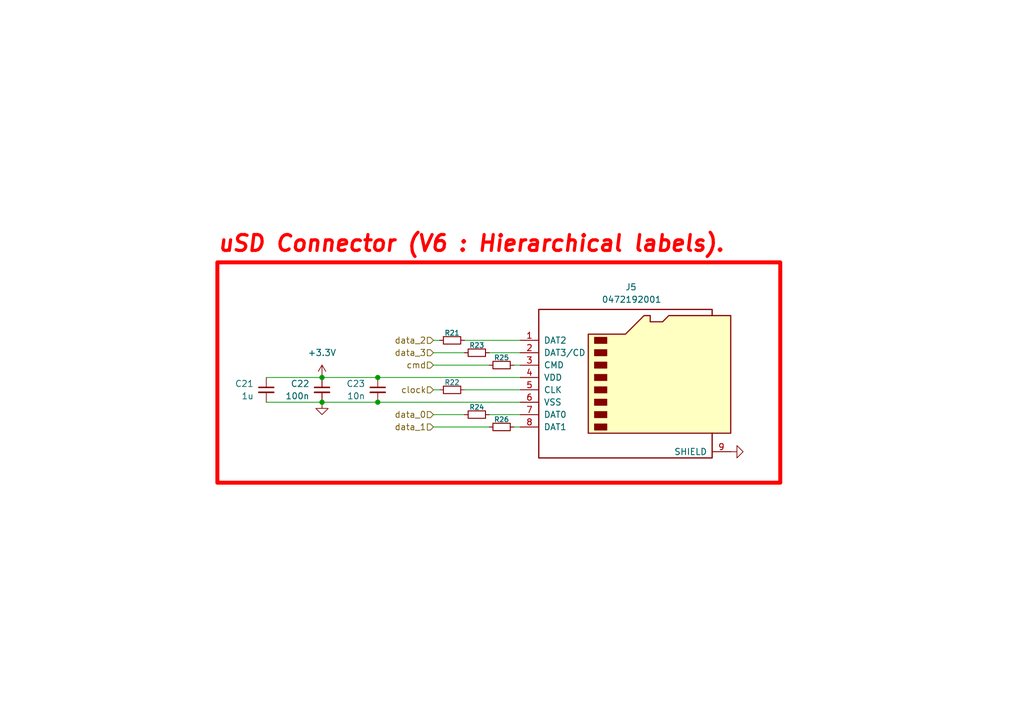
<source format=kicad_sch>
(kicad_sch (version 20250114) (generator "eeschema") (generator_version "9.0")
  (paper "A5")
  (lib_symbols
    (symbol "Connector:Micro_SD_Card" (pin_names (offset 1.016))
      (property "Reference" "J" (at -16.51 15.24 0))
      (property "Value" "Micro_SD_Card" (at 16.51 15.24 0))
      (symbol "Micro_SD_Card_0_1"
        (polyline (pts (xy -8.89 -11.43) (xy -8.89 8.89) (xy -1.27 8.89) (xy 2.54 12.7) (xy 3.81 12.7) (xy 3.81 11.43) (xy 6.35 11.43) (xy 7.62 12.7) (xy 20.32 12.7) (xy 20.32 -11.43) (xy -8.89 -11.43)) (stroke (width 0.254)) (fill (type background)))
        (rectangle (start -7.62 8.255) (end -5.08 6.985) (fill (type outline)))
        (rectangle (start -7.62 5.715) (end -5.08 4.445) (fill (type outline)))
        (rectangle (start -7.62 3.175) (end -5.08 1.905) (fill (type outline)))
        (rectangle (start -7.62 0.635) (end -5.08 -0.635) (fill (type outline)))
        (rectangle (start -7.62 -1.905) (end -5.08 -3.175) (fill (type outline)))
        (rectangle (start -7.62 -4.445) (end -5.08 -5.715) (fill (type outline)))
        (rectangle (start -7.62 -6.985) (end -5.08 -8.255) (fill (type outline)))
        (rectangle (start -7.62 -9.525) (end -5.08 -10.795) (fill (type outline)))
        (polyline (pts (xy 16.51 12.7) (xy 16.51 13.97) (xy -19.05 13.97) (xy -19.05 -16.51) (xy 16.51 -16.51) (xy 16.51 -11.43)) (stroke (width 0.254)))
      )
      (symbol "Micro_SD_Card_1_1"
        (pin bidirectional line (at -22.86 7.62 0) (length 3.81) (name "DAT2") (number "1"))
        (pin bidirectional line (at -22.86 5.08 0) (length 3.81) (name "DAT3/CD") (number "2"))
        (pin input line (at -22.86 2.54 0) (length 3.81) (name "CMD") (number "3"))
        (pin power_in line (at -22.86 0 0) (length 3.81) (name "VDD") (number "4"))
        (pin input line (at -22.86 -2.54 0) (length 3.81) (name "CLK") (number "5"))
        (pin power_in line (at -22.86 -5.08 0) (length 3.81) (name "VSS") (number "6"))
        (pin bidirectional line (at -22.86 -7.62 0) (length 3.81) (name "DAT0") (number "7"))
        (pin bidirectional line (at -22.86 -10.16 0) (length 3.81) (name "DAT1") (number "8"))
        (pin passive line (at 20.32 -15.24 180) (length 3.81) (name "SHIELD") (number "9"))
      )
    )
    (symbol "Device:C_Small" (pin_numbers (hide yes)) (pin_names (offset 0.254) (hide yes))
      (property "Reference" "C" (at 0.254 1.778 0))
      (property "Value" "C_Small" (at 0.254 -2.032 0))
      (symbol "C_Small_0_1"
        (polyline (pts (xy -1.524 0.508) (xy 1.524 0.508)) (stroke (width 0.3048)))
        (polyline (pts (xy -1.524 -0.508) (xy 1.524 -0.508)) (stroke (width 0.3302)))
      )
      (symbol "C_Small_1_1"
        (pin passive line (at 0 2.54 270) (length 2.032) (name "~") (number "1"))
        (pin passive line (at 0 -2.54 90) (length 2.032) (name "~") (number "2"))
      )
    )
    (symbol "Device:R_Small" (pin_numbers (hide yes)) (pin_names (offset 0.254) (hide yes))
      (property "Reference" "R" (at 0 0 90))
      (property "Value" "R_Small" (at 1.778 0 90))
      (symbol "R_Small_0_1"
        (rectangle (start -0.762 1.778) (end 0.762 -1.778) (stroke (width 0.2032)))
      )
      (symbol "R_Small_1_1"
        (pin passive line (at 0 2.54 270) (length 0.762) (name "~") (number "1"))
        (pin passive line (at 0 -2.54 90) (length 0.762) (name "~") (number "2"))
      )
    )
    (symbol "power:+3.3V" (power) (pin_numbers (hide yes)) (pin_names (offset 0) (hide yes))
      (property "Value" "+3.3V" (at 0 3.556 0))
      (symbol "+3.3V_0_1"
        (polyline (pts (xy -0.762 1.27) (xy 0 2.54)))
        (polyline (pts (xy 0 2.54) (xy 0.762 1.27)))
        (polyline (pts (xy 0 0) (xy 0 2.54)))
      )
      (symbol "+3.3V_1_1"
        (pin power_in line (at 0 0 90) (length 0) (name "~") (number "1"))
      )
    )
    (symbol "power:GND" (power) (pin_numbers (hide yes)) (pin_names (offset 0) (hide yes))
      (property "Value" "GND" (at 0 -3.81 0))
      (symbol "GND_0_1"
        (polyline (pts (xy 0 0) (xy 0 -1.27) (xy 1.27 -1.27) (xy 0 -2.54) (xy -1.27 -1.27) (xy 0 -1.27)))
      )
      (symbol "GND_1_1"
        (pin power_in line (at 0 0 270) (length 0) (name "~") (number "1"))
      )
    )
  )
  (rectangle (start 44.577 53.848) (end 160.02 99.06) (stroke (width 0.8128) (color 255 0 0 1)))
  (text "uSD Connector (V6 : Hierarchical labels)." (at 44.45 52.07 0) (effects (font (size 3.2512 3.2512) (thickness 0.6502) (bold yes) (italic yes)) (justify left bottom)))
  (junction (at 66.04 77.47))
  (junction (at 66.04 82.55))
  (junction (at 77.47 82.55))
  (junction (at 77.47 77.47))
  (wire (pts (xy 88.9 85.09) (xy 95.25 85.09)))
  (wire (pts (xy 88.9 72.39) (xy 95.25 72.39)))
  (wire (pts (xy 66.04 82.55) (xy 54.61 82.55)))
  (wire (pts (xy 77.47 77.47) (xy 106.68 77.47)))
  (wire (pts (xy 100.33 72.39) (xy 106.68 72.39)))
  (wire (pts (xy 88.9 74.93) (xy 100.33 74.93)))
  (wire (pts (xy 105.41 74.93) (xy 106.68 74.93)))
  (wire (pts (xy 66.04 77.47) (xy 77.47 77.47)))
  (wire (pts (xy 66.04 82.55) (xy 77.47 82.55)))
  (wire (pts (xy 95.25 80.01) (xy 106.68 80.01)))
  (wire (pts (xy 105.41 87.63) (xy 106.68 87.63)))
  (wire (pts (xy 90.17 69.85) (xy 88.9 69.85)))
  (wire (pts (xy 88.9 80.01) (xy 90.17 80.01)))
  (wire (pts (xy 100.33 85.09) (xy 106.68 85.09)))
  (wire (pts (xy 77.47 82.55) (xy 106.68 82.55)))
  (wire (pts (xy 54.61 77.47) (xy 66.04 77.47)))
  (wire (pts (xy 95.25 69.85) (xy 106.68 69.85)))
  (wire (pts (xy 88.9 87.63) (xy 100.33 87.63)))
  (hierarchical_label "data_2" (shape input) (at 88.9 69.85 180))
  (hierarchical_label "clock" (shape input) (at 88.9 80.01 180))
  (hierarchical_label "data_1" (shape input) (at 88.9 87.63 180))
  (hierarchical_label "cmd" (shape input) (at 88.9 74.93 180))
  (hierarchical_label "data_0" (shape input) (at 88.9 85.09 180))
  (hierarchical_label "data_3" (shape input) (at 88.9 72.39 180))
  (symbol (lib_id "Device:R_Small") (at 92.71 69.85 90) (unit 1)
    (property "Reference" "R21" (at 92.71 68.326 90) (effects (font (size 1.016 1.016))))
    (property "Value" "R_Small" (effects (hide yes)))
    (property "Footprint" "Resistor_SMD:R_1206_3216Metric_Pad1.30x1.75mm_HandSolder" (effects (hide yes)))
    (property "Description" "Resistor, small symbol" (effects (hide yes)))
  )
  (symbol (lib_id "Device:R_Small") (at 92.71 80.01 90) (unit 1)
    (property "Reference" "R22" (at 92.71 78.486 90) (effects (font (size 1.016 1.016))))
    (property "Value" "R_Small" (effects (hide yes)))
    (property "Footprint" "Resistor_SMD:R_1206_3216Metric_Pad1.30x1.75mm_HandSolder" (effects (hide yes)))
    (property "Description" "Resistor, small symbol" (effects (hide yes)))
  )
  (symbol (lib_id "Device:R_Small") (at 97.79 72.39 90) (unit 1)
    (property "Reference" "R23" (at 97.79 70.866 90) (effects (font (size 1.016 1.016))))
    (property "Value" "R_Small" (effects (hide yes)))
    (property "Footprint" "Resistor_SMD:R_1206_3216Metric_Pad1.30x1.75mm_HandSolder" (effects (hide yes)))
    (property "Description" "Resistor, small symbol" (effects (hide yes)))
  )
  (symbol (lib_id "Device:R_Small") (at 97.79 85.09 90) (unit 1)
    (property "Reference" "R24" (at 97.79 83.566 90) (effects (font (size 1.016 1.016))))
    (property "Value" "R_Small" (effects (hide yes)))
    (property "Footprint" "Resistor_SMD:R_1206_3216Metric_Pad1.30x1.75mm_HandSolder" (effects (hide yes)))
    (property "Description" "Resistor, small symbol" (effects (hide yes)))
  )
  (symbol (lib_id "Device:R_Small") (at 102.87 74.93 90) (unit 1)
    (property "Reference" "R25" (at 102.87 73.406 90) (effects (font (size 1.016 1.016))))
    (property "Value" "R_Small" (effects (hide yes)))
    (property "Footprint" "Resistor_SMD:R_1206_3216Metric_Pad1.30x1.75mm_HandSolder" (effects (hide yes)))
    (property "Description" "Resistor, small symbol" (effects (hide yes)))
  )
  (symbol (lib_id "Device:C_Small") (at 54.61 80.01 0) (mirror y) (unit 1)
    (property "Reference" "C21" (at 52.07 78.7462 0) (effects (justify left)))
    (property "Value" "1u" (at 52.07 81.2862 0) (effects (justify left)))
    (property "Footprint" "Capacitor_SMD:C_1206_3216Metric_Pad1.33x1.80mm_HandSolder" (effects (hide yes)))
    (property "Description" "Unpolarized capacitor, small symbol" (effects (hide yes)))
  )
  (symbol (lib_id "Device:C_Small") (at 66.04 80.01 0) (mirror y) (unit 1)
    (property "Reference" "C22" (at 63.5 78.7462 0) (effects (justify left)))
    (property "Value" "100n" (at 63.5 81.2862 0) (effects (justify left)))
    (property "Footprint" "Capacitor_SMD:C_1206_3216Metric_Pad1.33x1.80mm_HandSolder" (effects (hide yes)))
    (property "Description" "Unpolarized capacitor, small symbol" (effects (hide yes)))
  )
  (symbol (lib_id "Connector:Micro_SD_Card") (at 129.54 77.47 0) (unit 1)
    (property "Reference" "J5" (at 129.413 58.928 0))
    (property "Value" "0472192001" (at 129.54 61.468 0))
    (property "Footprint" "pcb:microSD_HC_Molex_47219-2001" (effects (hide yes)))
    (property "Datasheet" "https://www.we-online.com/components/products/datasheet/693072010801.pdf" (effects (hide yes)))
    (property "Description" "Micro SD Card Socket" (effects (hide yes)))
  )
  (symbol (lib_id "power:GND") (at 66.04 82.55 0) (unit 1)
    (property "Reference" "#PWR076" (effects (hide yes)))
    (property "Value" "GND" (effects (hide yes)))
    (property "Description" "Power symbol creates a global label with name \"GND\" , ground" (effects (hide yes)))
  )
  (symbol (lib_id "power:+3.3V") (at 66.04 77.47 0) (unit 1)
    (property "Reference" "#PWR075" (effects (hide yes)))
    (property "Value" "+3.3V" (at 66.04 72.39 0))
    (property "Description" "Power symbol creates a global label with name \"+3.3V\"" (effects (hide yes)))
  )
  (symbol (lib_id "power:GND") (at 149.86 92.71 90) (unit 1)
    (property "Reference" "#PWR077" (effects (hide yes)))
    (property "Value" "GND" (effects (hide yes)))
    (property "Description" "Power symbol creates a global label with name \"GND\" , ground" (effects (hide yes)))
  )
  (symbol (lib_id "Device:R_Small") (at 102.87 87.63 90) (unit 1)
    (property "Reference" "R26" (at 102.87 86.106 90) (effects (font (size 1.016 1.016))))
    (property "Value" "R_Small" (effects (hide yes)))
    (property "Footprint" "Resistor_SMD:R_1206_3216Metric_Pad1.30x1.75mm_HandSolder" (effects (hide yes)))
    (property "Description" "Resistor, small symbol" (effects (hide yes)))
  )
  (symbol (lib_id "Device:C_Small") (at 77.47 80.01 0) (mirror y) (unit 1)
    (property "Reference" "C23" (at 74.93 78.7462 0) (effects (justify left)))
    (property "Value" "10n" (at 74.93 81.2862 0) (effects (justify left)))
    (property "Footprint" "Capacitor_SMD:C_1206_3216Metric_Pad1.33x1.80mm_HandSolder" (effects (hide yes)))
    (property "Description" "Unpolarized capacitor, small symbol" (effects (hide yes)))
  )
)
</source>
